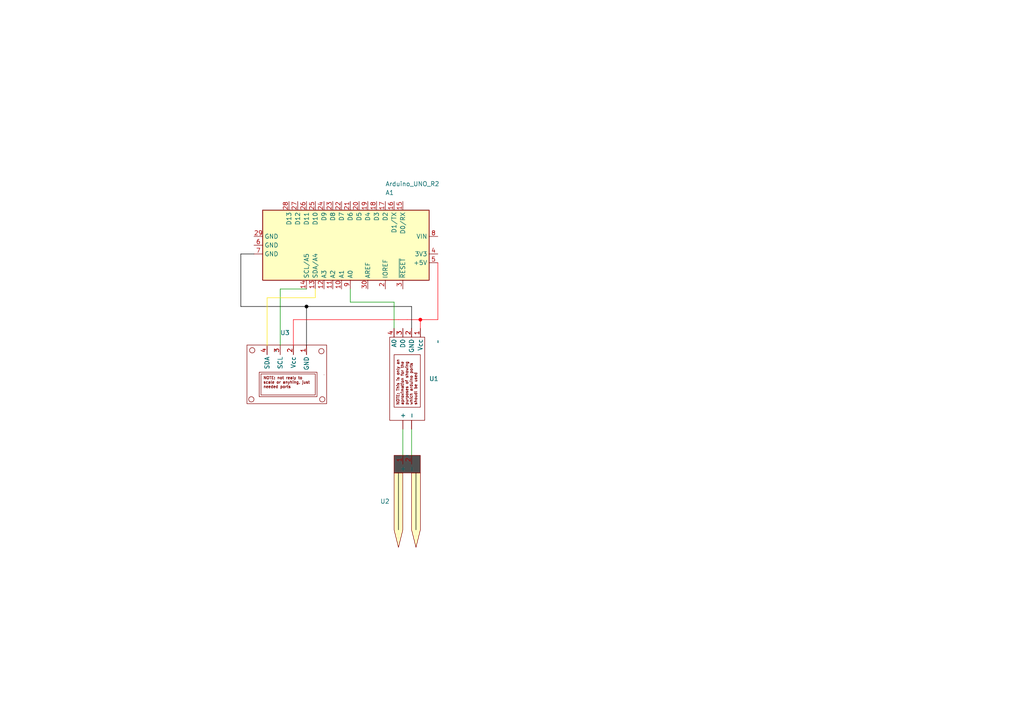
<source format=kicad_sch>
(kicad_sch (version 20230121) (generator eeschema)
  (paper "A4")
  (title_block (title "Soil moisture detector") (date "2023-06-08") (rev "1") (comment 1 "For Computer Science project"))
  (lib_symbols
    (symbol "HW-080-soil-moisture-sensor:PCB-main"
      (property "Reference" "U" (at -15.24 1.27 0))
      (symbol "PCB-main_0_0"
        (text_box "NOTE: This is only an aproximation for the purposes of showing which arduino ports shoudl be used\n" (at -7.62 -3.81 0) (size 15.24 -7.62) (effects (font (size 0.8 0.8)) (justify left top)))
      )
      (symbol "PCB-main_0_1"
        (rectangle (start -12.7 -2.54) (end 11.43 -12.7))
      )
      (symbol "PCB-main_1_1"
        (pin power_in line (at 13.97 -8.89 180) (length 2.54) (name "+") (number ""))
        (pin power_out line (at 13.97 -6.35 180) (length 2.54) (name "-") (number ""))
        (pin power_in line (at -15.24 -3.81 0) (length 2.54) (name "Vcc") (number "1"))
        (pin power_in line (at -15.24 -6.35 0) (length 2.54) (name "GND") (number "2"))
        (pin output line (at -15.24 -8.89 0) (length 2.54) (name "D0") (number "3"))
        (pin output line (at -15.24 -11.43 0) (length 2.54) (name "A0") (number "4"))
      )
    )
    (symbol "HW-080_electrodes:electrodes"
      (property "Reference" "U" (at 0 0 0))
      (symbol "electrodes_0_1"
        (polyline (pts (xy 2.54 -3.81) (xy 2.54 -3.81)))
      )
      (symbol "electrodes_1_1"
        (rectangle (start -3.81 0) (end 3.81 -5.08) (fill (type color) (color 0 0 0 0.69)))
        (polyline (pts (xy -2.54 -20.32) (xy -2.54 -20.32)))
        (polyline (pts (xy -2.54 -20.32) (xy -2.54 -20.32)))
        (polyline (pts (xy -2.54 -5.08) (xy -2.54 -21.59)) (stroke (width 0) (color 0 0 0 0.17)) (fill (type color) (color 0 0 0 0.53)))
        (polyline (pts (xy -1.27 -12.7) (xy -1.27 -12.7)))
        (polyline (pts (xy 2.54 -5.08) (xy 2.54 -21.59)) (stroke (width 0) (color 0 0 0 0.17)) (fill (type color) (color 0 0 0 0.53)))
        (polyline (pts (xy -3.81 -5.08) (xy -3.81 -21.59) (xy -2.54 -26.67) (xy -1.27 -21.59) (xy -1.27 -5.08) (xy -3.81 -5.08)) (fill (type background)))
        (polyline (pts (xy 3.81 -5.08) (xy 3.81 -21.59) (xy 2.54 -26.67) (xy 1.27 -21.59) (xy 1.27 -5.08) (xy 3.81 -5.08)) (fill (type background)))
        (pin input line (at 1.27 0 270) (length 2.54) (name "+") (number "1"))
        (pin output line (at -1.27 0 270) (length 2.54) (name "-") (number "2"))
      )
    )
    (symbol "MCU_Module:Arduino_UNO_R2"
      (property "Reference" "A" (at -10.16 23.495 0))
      (property "Value" "Arduino_UNO_R2" (at 5.08 -26.67 0))
      (symbol "Arduino_UNO_R2_0_1"
        (rectangle (start -10.16 22.86) (end 10.16 -25.4) (stroke (width 0.254)) (fill (type background)))
      )
      (symbol "Arduino_UNO_R2_1_1"
        (pin no_connect line (at -10.16 -20.32 0) (length 2.54) hide (name "NC") (number "1"))
        (pin bidirectional line (at 12.7 -2.54 180) (length 2.54) (name "A1") (number "10"))
        (pin bidirectional line (at 12.7 -5.08 180) (length 2.54) (name "A2") (number "11"))
        (pin bidirectional line (at 12.7 -7.62 180) (length 2.54) (name "A3") (number "12"))
        (pin bidirectional line (at 12.7 -10.16 180) (length 2.54) (name "SDA/A4") (number "13"))
        (pin bidirectional line (at 12.7 -12.7 180) (length 2.54) (name "SCL/A5") (number "14"))
        (pin bidirectional line (at -12.7 15.24 0) (length 2.54) (name "D0/RX") (number "15"))
        (pin bidirectional line (at -12.7 12.7 0) (length 2.54) (name "D1/TX") (number "16"))
        (pin bidirectional line (at -12.7 10.16 0) (length 2.54) (name "D2") (number "17"))
        (pin bidirectional line (at -12.7 7.62 0) (length 2.54) (name "D3") (number "18"))
        (pin bidirectional line (at -12.7 5.08 0) (length 2.54) (name "D4") (number "19"))
        (pin output line (at 12.7 10.16 180) (length 2.54) (name "IOREF") (number "2"))
        (pin bidirectional line (at -12.7 2.54 0) (length 2.54) (name "D5") (number "20"))
        (pin bidirectional line (at -12.7 0 0) (length 2.54) (name "D6") (number "21"))
        (pin bidirectional line (at -12.7 -2.54 0) (length 2.54) (name "D7") (number "22"))
        (pin bidirectional line (at -12.7 -5.08 0) (length 2.54) (name "D8") (number "23"))
        (pin bidirectional line (at -12.7 -7.62 0) (length 2.54) (name "D9") (number "24"))
        (pin bidirectional line (at -12.7 -10.16 0) (length 2.54) (name "D10") (number "25"))
        (pin bidirectional line (at -12.7 -12.7 0) (length 2.54) (name "D11") (number "26"))
        (pin bidirectional line (at -12.7 -15.24 0) (length 2.54) (name "D12") (number "27"))
        (pin bidirectional line (at -12.7 -17.78 0) (length 2.54) (name "D13") (number "28"))
        (pin power_in line (at -2.54 -27.94 90) (length 2.54) (name "GND") (number "29"))
        (pin input line (at 12.7 15.24 180) (length 2.54) (name "~{RESET}") (number "3"))
        (pin input line (at 12.7 5.08 180) (length 2.54) (name "AREF") (number "30"))
        (pin power_out line (at 2.54 25.4 270) (length 2.54) (name "3V3") (number "4"))
        (pin power_out line (at 5.08 25.4 270) (length 2.54) (name "+5V") (number "5"))
        (pin power_in line (at 0 -27.94 90) (length 2.54) (name "GND") (number "6"))
        (pin power_in line (at 2.54 -27.94 90) (length 2.54) (name "GND") (number "7"))
        (pin power_in line (at -2.54 25.4 270) (length 2.54) (name "VIN") (number "8"))
        (pin bidirectional line (at 12.7 0 180) (length 2.54) (name "A0") (number "9"))
      )
    )
    (symbol "OLED-128x64:OLED128X64"
      (property "Reference" "U" (at -2.54 1.27 90))
      (symbol "OLED128X64_0_1"
        (rectangle (start -10.922 2.794) (end 12.192 -14.224))
        (circle (center -9.652 -12.954) (radius 0.762))
        (circle (center -9.398 1.27) (radius 0.762))
        (rectangle (start -7.366 -5.08) (end 9.398 -12.192))
        (circle (center 10.668 1.016) (radius 0.762))
        (circle (center 10.922 -12.954) (radius 0.762))
        (rectangle (start 11.43 -5.842) (end 11.43 -5.842))
      )
      (symbol "OLED128X64_1_1"
        (rectangle (start 33.02 10.16) (end 33.02 10.16))
        (rectangle (start 35.56 10.16) (end 35.56 10.16))
        (text_box "NOTE: not realy to scale or anyhing, just needed ports" (at -6.858 -5.588 0) (size 15.748 -6.096) (effects (font (size 0.8 0.8)) (justify left top)))
        (pin power_in line (at 6.35 2.54 270) (length 2.54) (name "GND") (number "1"))
        (pin power_in line (at 2.54 2.54 270) (length 2.54) (name "Vcc") (number "2"))
        (pin output line (at -1.27 2.54 270) (length 2.54) (name "SCL") (number "3"))
        (pin output line (at -5.08 2.54 270) (length 2.54) (name "SDA") (number "4"))
      )
    )
  )
  (junction (at 88.9 88.9) (color 0 0 0 1))
  (junction (at 121.92 92.71) (color 255 0 13 1))
  (wire (pts (xy 69.85 88.9) (xy 69.85 73.66)) (stroke (width 0) (color 0 0 0 1)))
  (wire (pts (xy 114.3 95.25) (xy 114.3 87.63)))
  (wire (pts (xy 114.3 87.63) (xy 101.6 87.63)))
  (wire (pts (xy 88.9 88.9) (xy 88.9 100.33)) (stroke (width 0) (color 0 0 0 1)))
  (wire (pts (xy 121.92 92.71) (xy 127 92.71)) (stroke (width 0) (color 255 0 13 1)))
  (wire (pts (xy 69.85 73.66) (xy 73.66 73.66)) (stroke (width 0) (color 0 0 0 1)))
  (wire (pts (xy 119.38 124.46) (xy 119.38 132.08)))
  (wire (pts (xy 69.85 88.9) (xy 88.9 88.9)) (stroke (width 0) (color 0 0 0 1)))
  (wire (pts (xy 121.92 92.71) (xy 121.92 95.25)) (stroke (width 0) (color 255 0 13 1)))
  (wire (pts (xy 91.44 86.36) (xy 77.47 86.36)) (stroke (width 0) (color 255 231 10 1)))
  (wire (pts (xy 127 92.71) (xy 127 76.2)) (stroke (width 0) (color 255 0 13 1)))
  (wire (pts (xy 91.44 83.82) (xy 91.44 86.36)) (stroke (width 0) (color 255 231 10 1)))
  (wire (pts (xy 88.9 88.9) (xy 119.38 88.9)) (stroke (width 0) (color 0 0 0 1)))
  (wire (pts (xy 119.38 95.25) (xy 119.38 88.9)) (stroke (width 0) (color 0 0 0 1)))
  (wire (pts (xy 77.47 86.36) (xy 77.47 100.33)) (stroke (width 0) (color 255 231 10 1)))
  (wire (pts (xy 81.28 83.82) (xy 81.28 100.33)))
  (wire (pts (xy 85.09 92.71) (xy 121.92 92.71)) (stroke (width 0) (color 255 0 13 1)))
  (wire (pts (xy 85.09 100.33) (xy 85.09 92.71)) (stroke (width 0) (color 255 0 13 1)))
  (wire (pts (xy 116.84 124.46) (xy 116.84 132.08)))
  (wire (pts (xy 88.9 83.82) (xy 81.28 83.82)))
  (wire (pts (xy 101.6 87.63) (xy 101.6 83.82)))
  (symbol (lib_id "OLED-128x64:OLED128X64") (at 82.55 102.87 0) (unit 1)
    (property "Reference" "U3" (at 81.28 96.52 0) (effects (justify left)))
    (property "Value" "~" (at 80.01 101.6 90))
  )
  (symbol (lib_id "HW-080-soil-moisture-sensor:PCB-main") (at 125.73 110.49 270) (unit 1)
    (property "Reference" "U1" (at 124.46 109.855 90) (effects (justify left)))
    (property "Value" "~" (at 127 99.06 0))
  )
  (symbol (lib_id "HW-080_electrodes:electrodes") (at 118.11 132.08 0) (mirror y) (unit 1)
    (property "Reference" "U2" (at 113.03 145.415 0) (effects (justify left)))
    (property "Value" "~" (at 118.11 132.08 0))
  )
  (symbol (lib_id "MCU_Module:Arduino_UNO_R2") (at 101.6 71.12 270) (unit 1)
    (property "Reference" "A1" (at 111.76 55.88 90) (effects (justify left)))
    (property "Value" "Arduino_UNO_R2" (at 111.76 53.34 90) (effects (justify left)))
    (property "Footprint" "Module:Arduino_UNO_R2" (effects hide))
    (property "Datasheet" "https://www.arduino.cc/en/Main/arduinoBoardUno" (effects hide))
  )
)
</source>
